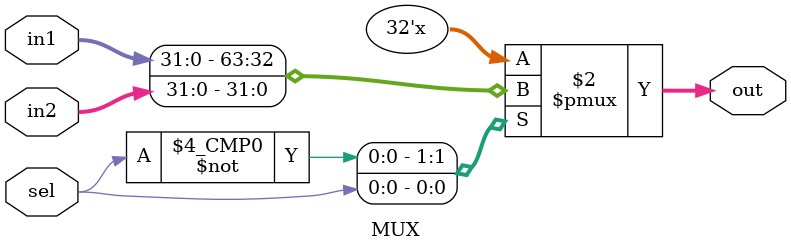
<source format=v>
module MUX #(
parameter	M_WIDTH = 32
)(
input	wire sel ,
input	wire [M_WIDTH-1:0] in1 ,
input	wire [M_WIDTH-1:0] in2 ,
output  reg  [M_WIDTH-1:0] out ) ;

always @ (*)
	begin 
		case (sel)
			1'b0 : out = in1 ;
			1'b1 : out = in2 ;
		endcase 
    end
endmodule

</source>
